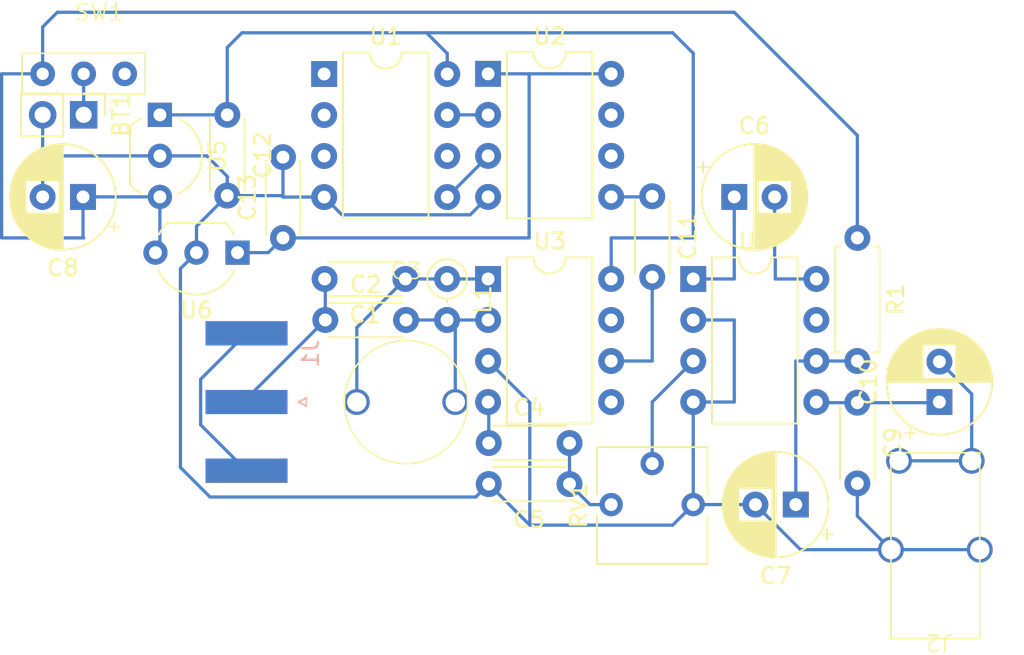
<source format=kicad_pcb>
(kicad_pcb (version 20240108) (generator "pcbnew") (generator_version "8.0")
  (layers (0 "F.Cu" signal) (31 "B.Cu" signal) (34 "B.Paste" user) (35 "F.Paste" user) (36 "B.SilkS" user "B.Silkscreen") (37 "F.SilkS" user "F.Silkscreen") (38 "B.Mask" user) (39 "F.Mask" user) (44 "Edge.Cuts" user))
  (net 0 "")
  (net 1 "GND")
  (net 2 "Net-(BT1-+)")
  (net 3 "Net-(U3-IN_A)")
  (net 4 "Net-(J1-In)")
  (net 5 "Net-(U3-IN_B)")
  (net 6 "Net-(U3-OUT_A)")
  (net 7 "Net-(C4-Pad2)")
  (net 8 "Net-(C6-Pad1)")
  (net 9 "Net-(C6-Pad2)")
  (net 10 "Net-(U4-V+)")
  (net 11 "+9V")
  (net 12 "Net-(C10-Pad1)")
  (net 13 "Net-(C10-Pad2)")
  (net 14 "unconnected-(J1-Ext-Pad2)")
  (net 15 "Net-(U4-+)")
  (net 18 "Net-(U1-PB2)")
  (net 20 "+5V")
  (net 21 "Net-(U1-AREF{slash}PB0)")
  (net 25 "+3V3")
  (net 27 "Net-(U2-CLK0)")
  (net 31 "Net-(U3-OSC_B)")
  (footprint "Capacitor_THT:C_Disc_D4.3mm_W1.9mm_P5.00mm" (layer "F.Cu") (at 87.99 71.12 -90)
    (property "Reference" "C12" (at 2.5 -2.2 90) (layer "F.SilkS"))
    (property "Value" "C")
    (pad "1" thru_hole circle (at 0 0 270) (size 1.6 1.6) (drill 0.8) (layers "*.Cu" "*.Mask") (net 20 "+5V"))
    (pad "2" thru_hole circle (at 5 0 270) (size 1.6 1.6) (drill 0.8) (layers "*.Cu" "*.Mask") (net 1 "GND"))
  )
  (footprint "Capacitor_THT:C_Disc_D4.3mm_W1.9mm_P5.00mm" (layer "F.Cu") (at 99.02 81.28 180)
    (property "Reference" "C1" (at 2.5 -2.2 180) (layer "F.SilkS"))
    (property "Value" "C")
    (pad "1" thru_hole circle (at 0 0 180) (size 1.6 1.6) (drill 0.8) (layers "*.Cu" "*.Mask") (net 3 "Net-(U3-IN_A)"))
    (pad "2" thru_hole circle (at 5 0 180) (size 1.6 1.6) (drill 0.8) (layers "*.Cu" "*.Mask") (net 4 "Net-(J1-In)"))
  )
  (footprint "Package_DIP:DIP-8_W7.62mm" (layer "F.Cu") (at 93.99 68.59)
    (property "Reference" "U1" (at 3.81 -2.33 0) (layer "F.SilkS"))
    (property "Value" "tiny85")
    (pad "1" thru_hole rect (at 0 0) (size 1.6 1.6) (drill 0.8) (layers "*.Cu" "*.Mask"))
    (pad "2" thru_hole oval (at 0 2.54) (size 1.6 1.6) (drill 0.8) (layers "*.Cu" "*.Mask"))
    (pad "3" thru_hole oval (at 0 5.08) (size 1.6 1.6) (drill 0.8) (layers "*.Cu" "*.Mask"))
    (pad "4" thru_hole oval (at 0 7.62) (size 1.6 1.6) (drill 0.8) (layers "*.Cu" "*.Mask") (net 1 "GND"))
    (pad "5" thru_hole oval (at 7.62 7.62) (size 1.6 1.6) (drill 0.8) (layers "*.Cu" "*.Mask") (net 21 "Net-(U1-AREF{slash}PB0)"))
    (pad "6" thru_hole oval (at 7.62 5.08) (size 1.6 1.6) (drill 0.8) (layers "*.Cu" "*.Mask"))
    (pad "7" thru_hole oval (at 7.62 2.54) (size 1.6 1.6) (drill 0.8) (layers "*.Cu" "*.Mask") (net 18 "Net-(U1-PB2)"))
    (pad "8" thru_hole oval (at 7.62 0) (size 1.6 1.6) (drill 0.8) (layers "*.Cu" "*.Mask") (net 20 "+5V"))
  )
  (footprint "Capacitor_THT:CP_Radial_D6.3mm_P2.50mm" (layer "F.Cu") (at 123.19 95.25 180)
    (property "Reference" "C7" (at 1.25 -4.4 180) (layer "F.SilkS"))
    (property "Value" "C_Polarized")
    (pad "1" thru_hole rect (at 0 0 180) (size 1.6 1.6) (drill 0.8) (layers "*.Cu" "*.Mask") (net 10 "Net-(U4-V+)"))
    (pad "2" thru_hole circle (at 2.5 0 180) (size 1.6 1.6) (drill 0.8) (layers "*.Cu" "*.Mask") (net 1 "GND"))
  )
  (footprint "Capacitor_THT:CP_Radial_D6.3mm_P2.50mm" (layer "F.Cu") (at 79.06 76.2 180)
    (property "Reference" "C8" (at 1.25 -4.4 180) (layer "F.SilkS"))
    (property "Value" "100u")
    (pad "1" thru_hole rect (at 0 0 180) (size 1.6 1.6) (drill 0.8) (layers "*.Cu" "*.Mask") (net 11 "+9V"))
    (pad "2" thru_hole circle (at 2.5 0 180) (size 1.6 1.6) (drill 0.8) (layers "*.Cu" "*.Mask") (net 1 "GND"))
  )
  (footprint "Inductor_THT:L_Axial_L5.3mm_D2.2mm_P2.54mm_Vertical_Vishay_IM-1" (layer "F.Cu") (at 101.6 81.28 -90)
    (property "Reference" "L1" (at 1.27 -2.22 90) (layer "F.SilkS"))
    (property "Value" "L")
    (pad "1" thru_hole circle (at 0 0 270) (size 1.6 1.6) (drill 0.8) (layers "*.Cu" "*.Mask") (net 3 "Net-(U3-IN_A)"))
    (pad "2" thru_hole oval (at 2.54 0 270) (size 1.6 1.6) (drill 0.8) (layers "*.Cu" "*.Mask") (net 5 "Net-(U3-IN_B)"))
  )
  (footprint "Potentiometer_THT:Potentiometer_Vishay_T73YP_Vertical" (layer "F.Cu") (at 116.84 95.25 90)
    (property "Reference" "RV1" (at -0.06 -7.09 270) (layer "F.SilkS"))
    (property "Value" "10k")
    (pad "1" thru_hole circle (at 0 0 90) (size 1.44 1.44) (drill 0.8) (layers "*.Cu" "*.Mask") (net 1 "GND"))
    (pad "2" thru_hole circle (at 2.54 -2.54 90) (size 1.44 1.44) (drill 0.8) (layers "*.Cu" "*.Mask") (net 15 "Net-(U4-+)"))
    (pad "3" thru_hole circle (at 0 -5.08 90) (size 1.44 1.44) (drill 0.8) (layers "*.Cu" "*.Mask") (net 7 "Net-(C4-Pad2)"))
  )
  (footprint "Connector_PinHeader_2.54mm:PinHeader_1x02_P2.54mm_Vertical" (layer "F.Cu") (at 79.1 71.12 -90)
    (property "Reference" "BT1" (at 0 -2.33 90) (layer "F.SilkS"))
    (property "Value" "Battery_Cell")
    (pad "1" thru_hole rect (at 0 0 270) (size 1.7 1.7) (drill 1) (layers "*.Cu" "*.Mask") (net 2 "Net-(BT1-+)"))
    (pad "2" thru_hole oval (at 0 2.54 270) (size 1.7 1.7) (drill 1) (layers "*.Cu" "*.Mask") (net 1 "GND"))
  )
  (footprint "Package_DIP:DIP-8_W7.62mm" (layer "F.Cu") (at 116.84 81.28)
    (property "Reference" "U4" (at 3.81 -2.33 0) (layer "F.SilkS"))
    (property "Value" "LM386")
    (pad "1" thru_hole rect (at 0 0) (size 1.6 1.6) (drill 0.8) (layers "*.Cu" "*.Mask") (net 8 "Net-(C6-Pad1)"))
    (pad "2" thru_hole oval (at 0 2.54) (size 1.6 1.6) (drill 0.8) (layers "*.Cu" "*.Mask") (net 1 "GND"))
    (pad "3" thru_hole oval (at 0 5.08) (size 1.6 1.6) (drill 0.8) (layers "*.Cu" "*.Mask") (net 15 "Net-(U4-+)"))
    (pad "4" thru_hole oval (at 0 7.62) (size 1.6 1.6) (drill 0.8) (layers "*.Cu" "*.Mask") (net 1 "GND"))
    (pad "5" thru_hole oval (at 7.62 7.62) (size 1.6 1.6) (drill 0.8) (layers "*.Cu" "*.Mask") (net 12 "Net-(C10-Pad1)"))
    (pad "6" thru_hole oval (at 7.62 5.08) (size 1.6 1.6) (drill 0.8) (layers "*.Cu" "*.Mask") (net 10 "Net-(U4-V+)"))
    (pad "7" thru_hole oval (at 7.62 2.54) (size 1.6 1.6) (drill 0.8) (layers "*.Cu" "*.Mask"))
    (pad "8" thru_hole oval (at 7.62 0) (size 1.6 1.6) (drill 0.8) (layers "*.Cu" "*.Mask") (net 9 "Net-(C6-Pad2)"))
  )
  (footprint "Resistor_THT:R_Axial_DIN0207_L6.3mm_D2.5mm_P7.62mm_Horizontal" (layer "F.Cu") (at 127 78.74 -90)
    (property "Reference" "R1" (at 3.81 -2.37 90) (layer "F.SilkS"))
    (property "Value" "R")
    (pad "1" thru_hole circle (at 0 0 270) (size 1.6 1.6) (drill 0.8) (layers "*.Cu" "*.Mask") (net 11 "+9V"))
    (pad "2" thru_hole oval (at 7.62 0 270) (size 1.6 1.6) (drill 0.8) (layers "*.Cu" "*.Mask") (net 10 "Net-(U4-V+)"))
  )
  (footprint "Capacitor_THT:C_Disc_D4.3mm_W1.9mm_P5.00mm" (layer "F.Cu") (at 114.3 76.16 -90)
    (property "Reference" "C11" (at 2.5 -2.2 90) (layer "F.SilkS"))
    (property "Value" "C")
    (pad "1" thru_hole circle (at 0 0 270) (size 1.6 1.6) (drill 0.8) (layers "*.Cu" "*.Mask") (net 27 "Net-(U2-CLK0)"))
    (pad "2" thru_hole circle (at 5 0 270) (size 1.6 1.6) (drill 0.8) (layers "*.Cu" "*.Mask") (net 31 "Net-(U3-OSC_B)"))
  )
  (footprint "Package_DIP:DIP-8_W7.62mm" (layer "F.Cu") (at 104.14 68.58)
    (property "Reference" "U2" (at 3.81 -2.33 0) (layer "F.SilkS"))
    (property "Value" "Si5351")
    (pad "1" thru_hole rect (at 0 0) (size 1.6 1.6) (drill 0.8) (layers "*.Cu" "*.Mask") (net 25 "+3V3"))
    (pad "2" thru_hole oval (at 0 2.54) (size 1.6 1.6) (drill 0.8) (layers "*.Cu" "*.Mask") (net 18 "Net-(U1-PB2)"))
    (pad "3" thru_hole oval (at 0 5.08) (size 1.6 1.6) (drill 0.8) (layers "*.Cu" "*.Mask") (net 21 "Net-(U1-AREF{slash}PB0)"))
    (pad "4" thru_hole oval (at 0 7.62) (size 1.6 1.6) (drill 0.8) (layers "*.Cu" "*.Mask") (net 1 "GND"))
    (pad "5" thru_hole oval (at 7.62 7.62) (size 1.6 1.6) (drill 0.8) (layers "*.Cu" "*.Mask") (net 27 "Net-(U2-CLK0)"))
    (pad "6" thru_hole oval (at 7.62 5.08) (size 1.6 1.6) (drill 0.8) (layers "*.Cu" "*.Mask"))
    (pad "7" thru_hole oval (at 7.62 2.54) (size 1.6 1.6) (drill 0.8) (layers "*.Cu" "*.Mask"))
    (pad "8" thru_hole oval (at 7.62 0) (size 1.6 1.6) (drill 0.8) (layers "*.Cu" "*.Mask") (net 25 "+3V3"))
  )
  (footprint "Capacitor_THT:C_Disc_D4.3mm_W1.9mm_P5.00mm" (layer "F.Cu") (at 91.44 78.74 90)
    (property "Reference" "C13" (at 2.5 -2.2 270) (layer "F.SilkS"))
    (property "Value" "C")
    (pad "1" thru_hole circle (at 0 0 90) (size 1.6 1.6) (drill 0.8) (layers "*.Cu" "*.Mask") (net 25 "+3V3"))
    (pad "2" thru_hole circle (at 5 0 90) (size 1.6 1.6) (drill 0.8) (layers "*.Cu" "*.Mask") (net 1 "GND"))
  )
  (footprint "Package_TO_SOT_THT:TO-92_Inline_Wide" (layer "F.Cu") (at 88.625 79.65 180)
    (property "Reference" "U6" (at 2.54 -3.56 180) (layer "F.SilkS"))
    (property "Value" "L78L33_TO92")
    (pad "1" thru_hole rect (at 0 0 180) (size 1.5 1.5) (drill 0.8) (layers "*.Cu" "*.Mask") (net 25 "+3V3"))
    (pad "2" thru_hole circle (at 2.54 0 180) (size 1.5 1.5) (drill 0.8) (layers "*.Cu" "*.Mask") (net 1 "GND"))
    (pad "3" thru_hole circle (at 5.08 0 180) (size 1.5 1.5) (drill 0.8) (layers "*.Cu" "*.Mask") (net 11 "+9V"))
  )
  (footprint "Capacitor_THT:C_Disc_D4.3mm_W1.9mm_P5.00mm" (layer "F.Cu") (at 94.06 83.82)
    (property "Reference" "C2" (at 2.5 -2.2 0) (layer "F.SilkS"))
    (property "Value" "C")
    (pad "1" thru_hole circle (at 0 0) (size 1.6 1.6) (drill 0.8) (layers "*.Cu" "*.Mask") (net 4 "Net-(J1-In)"))
    (pad "2" thru_hole circle (at 5 0) (size 1.6 1.6) (drill 0.8) (layers "*.Cu" "*.Mask") (net 5 "Net-(U3-IN_B)"))
  )
  (footprint "Capacitor_THT:CP_Radial_D6.3mm_P2.50mm" (layer "F.Cu") (at 132.08 88.9 90)
    (property "Reference" "C10" (at 1.25 -4.4 270) (layer "F.SilkS"))
    (property "Value" "C_Polarized")
    (pad "1" thru_hole rect (at 0 0 90) (size 1.6 1.6) (drill 0.8) (layers "*.Cu" "*.Mask") (net 12 "Net-(C10-Pad1)"))
    (pad "2" thru_hole circle (at 2.5 0 90) (size 1.6 1.6) (drill 0.8) (layers "*.Cu" "*.Mask") (net 13 "Net-(C10-Pad2)"))
  )
  (footprint "Capacitor_THT:CP_Radial_D6.3mm_P2.50mm" (layer "F.Cu") (at 119.38 76.2)
    (property "Reference" "C6" (at 1.25 -4.4 0) (layer "F.SilkS"))
    (property "Value" "C_Polarized")
    (pad "1" thru_hole rect (at 0 0) (size 1.6 1.6) (drill 0.8) (layers "*.Cu" "*.Mask") (net 8 "Net-(C6-Pad1)"))
    (pad "2" thru_hole circle (at 2.5 0) (size 1.6 1.6) (drill 0.8) (layers "*.Cu" "*.Mask") (net 9 "Net-(C6-Pad2)"))
  )
  (footprint "Capacitor_THT:C_Disc_D4.3mm_W1.9mm_P5.00mm" (layer "F.Cu") (at 104.18 91.44)
    (property "Reference" "C4" (at 2.5 -2.2 0) (layer "F.SilkS"))
    (property "Value" "C")
    (pad "1" thru_hole circle (at 0 0) (size 1.6 1.6) (drill 0.8) (layers "*.Cu" "*.Mask") (net 6 "Net-(U3-OUT_A)"))
    (pad "2" thru_hole circle (at 5 0) (size 1.6 1.6) (drill 0.8) (layers "*.Cu" "*.Mask") (net 7 "Net-(C4-Pad2)"))
  )
  (footprint "Capacitor_THT:C_Disc_D4.3mm_W1.9mm_P5.00mm" (layer "F.Cu") (at 127 88.94 -90)
    (property "Reference" "C9" (at 2.5 -2.2 90) (layer "F.SilkS"))
    (property "Value" "C")
    (pad "1" thru_hole circle (at 0 0 270) (size 1.6 1.6) (drill 0.8) (layers "*.Cu" "*.Mask") (net 12 "Net-(C10-Pad1)"))
    (pad "2" thru_hole circle (at 5 0 270) (size 1.6 1.6) (drill 0.8) (layers "*.Cu" "*.Mask") (net 1 "GND"))
  )
  (footprint "Library:2.5jack" (layer "F.Cu") (at 132.08 97.79 180)
    (property "Reference" "J2" (at 0 -6 180) (layer "F.SilkS") (effects (font (thickness 0.1))))
    (property "Value" "Barrel_Jack")
    (pad "1" thru_hole circle (at -2.5 -0.25 180) (size 1.6 1.6) (drill 1.2) (layers "*.Cu" "*.Mask") (net 1 "GND"))
    (pad "1" thru_hole circle (at 3 -0.25 180) (size 1.6 1.6) (drill 1.2) (layers "*.Cu" "*.Mask") (net 1 "GND"))
    (pad "2" thru_hole circle (at -2 5.25 180) (size 1.6 1.6) (drill 1.2) (layers "*.Cu" "*.Mask") (net 13 "Net-(C10-Pad2)"))
    (pad "2" thru_hole circle (at 2.5 5.25 180) (size 1.6 1.6) (drill 1.2) (layers "*.Cu" "*.Mask") (net 13 "Net-(C10-Pad2)"))
  )
  (footprint "Library:c_trim" (layer "F.Cu") (at 99.06 88.9)
    (property "Reference" "C3" (at 0 -8.104 0) (layer "F.SilkS") (effects (font (thickness 0.1))))
    (property "Value" "C_Trim")
    (pad "1" thru_hole circle (at -3.048 0) (size 1.6 1.6) (drill 1.2) (layers "*.Cu" "*.Mask") (net 3 "Net-(U3-IN_A)"))
    (pad "2" thru_hole circle (at 3.048 0) (size 1.6 1.6) (drill 1.2) (layers "*.Cu" "*.Mask") (net 5 "Net-(U3-IN_B)"))
  )
  (footprint "Capacitor_THT:C_Disc_D4.3mm_W1.9mm_P5.00mm" (layer "F.Cu") (at 109.18 93.98 180)
    (property "Reference" "C5" (at 2.5 -2.2 180) (layer "F.SilkS"))
    (property "Value" "C")
    (pad "1" thru_hole circle (at 0 0 180) (size 1.6 1.6) (drill 0.8) (layers "*.Cu" "*.Mask") (net 7 "Net-(C4-Pad2)"))
    (pad "2" thru_hole circle (at 5 0 180) (size 1.6 1.6) (drill 0.8) (layers "*.Cu" "*.Mask") (net 1 "GND"))
  )
  (footprint "Package_DIP:DIP-8_W7.62mm" (layer "F.Cu") (at 104.14 81.28)
    (property "Reference" "U3" (at 3.81 -2.33 0) (layer "F.SilkS"))
    (property "Value" "SA612")
    (pad "1" thru_hole rect (at 0 0) (size 1.6 1.6) (drill 0.8) (layers "*.Cu" "*.Mask") (net 3 "Net-(U3-IN_A)"))
    (pad "2" thru_hole oval (at 0 2.54) (size 1.6 1.6) (drill 0.8) (layers "*.Cu" "*.Mask") (net 5 "Net-(U3-IN_B)"))
    (pad "3" thru_hole oval (at 0 5.08) (size 1.6 1.6) (drill 0.8) (layers "*.Cu" "*.Mask") (net 1 "GND"))
    (pad "4" thru_hole oval (at 0 7.62) (size 1.6 1.6) (drill 0.8) (layers "*.Cu" "*.Mask") (net 6 "Net-(U3-OUT_A)"))
    (pad "5" thru_hole oval (at 7.62 7.62) (size 1.6 1.6) (drill 0.8) (layers "*.Cu" "*.Mask"))
    (pad "6" thru_hole oval (at 7.62 5.08) (size 1.6 1.6) (drill 0.8) (layers "*.Cu" "*.Mask") (net 31 "Net-(U3-OSC_B)"))
    (pad "7" thru_hole oval (at 7.62 2.54) (size 1.6 1.6) (drill 0.8) (layers "*.Cu" "*.Mask"))
    (pad "8" thru_hole oval (at 7.62 0) (size 1.6 1.6) (drill 0.8) (layers "*.Cu" "*.Mask") (net 20 "+5V"))
  )
  (footprint "Library:SW" (layer "F.Cu") (at 79.1 68.58)
    (property "Reference" "SW1" (at 0.965 -3.81 0) (layer "F.SilkS") (effects (font (thickness 0.1))))
    (property "Value" "SW_SPDT_312" (hide yes))
    (pad "1" thru_hole circle (at 0 0) (size 1.524 1.524) (drill 0.762) (layers "*.Cu" "*.Mask") (net 2 "Net-(BT1-+)"))
    (pad "2" thru_hole circle (at 2.54 0) (size 1.524 1.524) (drill 0.762) (layers "*.Cu" "*.Mask"))
    (pad "3" thru_hole circle (at -2.54 0) (size 1.524 1.524) (drill 0.762) (layers "*.Cu" "*.Mask") (net 11 "+9V"))
  )
  (footprint "Package_TO_SOT_THT:TO-92_Inline_Wide" (layer "F.Cu") (at 83.82 71.12 -90)
    (property "Reference" "U5" (at 2.54 -3.56 90) (layer "F.SilkS"))
    (property "Value" "LM78L05_TO92")
    (pad "1" thru_hole rect (at 0 0 270) (size 1.5 1.5) (drill 0.8) (layers "*.Cu" "*.Mask") (net 20 "+5V"))
    (pad "2" thru_hole circle (at 2.54 0 270) (size 1.5 1.5) (drill 0.8) (layers "*.Cu" "*.Mask") (net 1 "GND"))
    (pad "3" thru_hole circle (at 5.08 0 270) (size 1.5 1.5) (drill 0.8) (layers "*.Cu" "*.Mask") (net 11 "+9V"))
  )
  (footprint "Connector_Coaxial:SMA_Amphenol_132289_EdgeMount" (layer "B.Cu") (at 89.1825 88.9 180)
    (property "Reference" "J1" (at -3.96 3 270) (layer "B.SilkS") (effects (justify mirror)))
    (property "Value" "Conn_Coaxial")
    (pad "1" smd rect (at 0 0 90) (size 1.5 5.08) (layers "B.Cu" "B.Paste" "B.Mask") (net 4 "Net-(J1-In)"))
    (pad "2" smd rect (at 0 -4.25 90) (size 1.5 5.08) (layers "F.Cu" "F.Paste" "F.Mask") (net 14 "unconnected-(J1-Ext-Pad2)"))
    (pad "2" smd rect (at 0 -4.25 90) (size 1.5 5.08) (layers "B.Cu" "B.Paste" "B.Mask") (net 14 "unconnected-(J1-Ext-Pad2)"))
    (pad "2" smd rect (at 0 4.25 90) (size 1.5 5.08) (layers "F.Cu" "F.Paste" "F.Mask") (net 14 "unconnected-(J1-Ext-Pad2)"))
    (pad "2" smd rect (at 0 4.25 90) (size 1.5 5.08) (layers "B.Cu" "B.Paste" "B.Mask") (net 14 "unconnected-(J1-Ext-Pad2)"))
  )
  (segment (start 85.09 92.9475) (end 85.09 80.645) (width 0.2) (layer "B.Cu") (net 1))
  (segment (start 83.82 73.66) (end 86.72 73.66) (width 0.2) (layer "B.Cu") (net 1))
  (segment (start 104.18 93.98) (end 103.380001 94.779999) (width 0.2) (layer "B.Cu") (net 1))
  (segment (start 127 93.94) (end 127 95.96) (width 0.2) (layer "B.Cu") (net 1))
  (segment (start 120.69 95.25) (end 123.48 98.04) (width 0.2) (layer "B.Cu") (net 1))
  (segment (start 76.56 71.12) (end 76.56 73.66) (width 0.2) (layer "B.Cu") (net 1))
  (segment (start 123.48 98.04) (end 129.08 98.04) (width 0.2) (layer "B.Cu") (net 1))
  (segment (start 120.69 95.25) (end 116.84 95.25) (width 0.2) (layer "B.Cu") (net 1))
  (segment (start 93.99 76.21) (end 95.09 77.31) (width 0.2) (layer "B.Cu") (net 1))
  (segment (start 85.09 80.645) (end 86.085 79.65) (width 0.2) (layer "B.Cu") (net 1))
  (segment (start 104.14 86.36) (end 106.72 88.94) (width 0.2) (layer "B.Cu") (net 1))
  (segment (start 116.84 95.25) (end 115.57 96.52) (width 0.2) (layer "B.Cu") (net 1))
  (segment (start 87.99 76.12) (end 87.99 74.97) (width 0.2) (layer "B.Cu") (net 1))
  (segment (start 93.99 76.21) (end 91.45 76.21) (width 0.2) (layer "B.Cu") (net 1))
  (segment (start 106.72 96.52) (end 104.18 93.98) (width 0.2) (layer "B.Cu") (net 1))
  (segment (start 95.09 77.31) (end 103.03 77.31) (width 0.2) (layer "B.Cu") (net 1))
  (segment (start 86.085 79.65) (end 86.085 78.025) (width 0.2) (layer "B.Cu") (net 1))
  (segment (start 116.84 95.25) (end 116.84 88.9) (width 0.2) (layer "B.Cu") (net 1))
  (segment (start 134.58 98.04) (end 129.08 98.04) (width 0.2) (layer "B.Cu") (net 1))
  (segment (start 87.99 76.12) (end 91.36 76.12) (width 0.2) (layer "B.Cu") (net 1))
  (segment (start 83.82 73.66) (end 76.56 73.66) (width 0.2) (layer "B.Cu") (net 1))
  (segment (start 76.56 73.66) (end 76.56 76.2) (width 0.2) (layer "B.Cu") (net 1))
  (segment (start 87.99 74.97) (end 88.01 74.95) (width 0.2) (layer "B.Cu") (net 1))
  (segment (start 115.57 96.52) (end 106.72 96.52) (width 0.2) (layer "B.Cu") (net 1))
  (segment (start 106.72 88.94) (end 106.72 96.52) (width 0.2) (layer "B.Cu") (net 1))
  (segment (start 103.380001 94.779999) (end 86.922499 94.779999) (width 0.2) (layer "B.Cu") (net 1))
  (segment (start 116.84 83.82) (end 119.38 83.82) (width 0.2) (layer "B.Cu") (net 1))
  (segment (start 86.922499 94.779999) (end 85.09 92.9475) (width 0.2) (layer "B.Cu") (net 1))
  (segment (start 86.72 73.66) (end 88.01 74.95) (width 0.2) (layer "B.Cu") (net 1))
  (segment (start 91.45 76.21) (end 91.44 76.2) (width 0.2) (layer "B.Cu") (net 1))
  (segment (start 91.44 76.2) (end 91.44 73.74) (width 0.2) (layer "B.Cu") (net 1))
  (segment (start 103.03 77.31) (end 104.14 76.2) (width 0.2) (layer "B.Cu") (net 1))
  (segment (start 86.085 78.025) (end 87.99 76.12) (width 0.2) (layer "B.Cu") (net 1))
  (segment (start 91.36 76.12) (end 91.45 76.21) (width 0.2) (layer "B.Cu") (net 1))
  (segment (start 119.38 83.82) (end 119.38 88.9) (width 0.2) (layer "B.Cu") (net 1))
  (segment (start 119.38 88.9) (end 116.84 88.9) (width 0.2) (layer "B.Cu") (net 1))
  (segment (start 127 95.96) (end 129.08 98.04) (width 0.2) (layer "B.Cu") (net 1))
  (segment (start 79.1 71.12) (end 79.1 68.58) (width 0.2) (layer "B.Cu") (net 2))
  (segment (start 96.012 88.9) (end 96.012 84.288) (width 0.2) (layer "B.Cu") (net 3))
  (segment (start 96.012 84.288) (end 99.02 81.28) (width 0.2) (layer "B.Cu") (net 3))
  (segment (start 104.14 81.28) (end 99.02 81.28) (width 0.2) (layer "B.Cu") (net 3))
  (segment (start 94.06 83.82) (end 89.1825 88.6975) (width 0.2) (layer "B.Cu") (net 4))
  (segment (start 94.06 83.82) (end 94.06 81.32) (width 0.2) (layer "B.Cu") (net 4))
  (segment (start 89.1825 88.6975) (end 89.1825 88.9) (width 0.2) (layer "B.Cu") (net 4))
  (segment (start 94.06 81.32) (end 94.02 81.28) (width 0.2) (layer "B.Cu") (net 4))
  (segment (start 102.108 84.328) (end 101.6 83.82) (width 0.2) (layer "B.Cu") (net 5))
  (segment (start 101.6 83.82) (end 99.06 83.82) (width 0.2) (layer "B.Cu") (net 5))
  (segment (start 102.108 88.9) (end 102.108 84.328) (width 0.2) (layer "B.Cu") (net 5))
  (segment (start 104.14 83.82) (end 101.6 83.82) (width 0.2) (layer "B.Cu") (net 5))
  (segment (start 104.18 91.44) (end 104.18 88.94) (width 0.2) (layer "B.Cu") (net 6))
  (segment (start 104.18 88.94) (end 104.14 88.9) (width 0.2) (layer "B.Cu") (net 6))
  (segment (start 110.45 95.25) (end 109.18 93.98) (width 0.2) (layer "B.Cu") (net 7))
  (segment (start 111.76 95.25) (end 110.45 95.25) (width 0.2) (layer "B.Cu") (net 7))
  (segment (start 109.18 93.98) (end 109.18 91.44) (width 0.2) (layer "B.Cu") (net 7))
  (segment (start 119.38 81.28) (end 119.38 76.2) (width 0.2) (layer "B.Cu") (net 8))
  (segment (start 116.84 81.28) (end 119.38 81.28) (width 0.2) (layer "B.Cu") (net 8))
  (segment (start 124.46 81.28) (end 121.92 81.28) (width 0.2) (layer "B.Cu") (net 9))
  (segment (start 121.92 80.01) (end 121.88 79.97) (width 0.2) (layer "B.Cu") (net 9))
  (segment (start 121.88 79.97) (end 121.88 76.2) (width 0.2) (layer "B.Cu") (net 9))
  (segment (start 121.92 81.28) (end 121.92 80.01) (width 0.2) (layer "B.Cu") (net 9))
  (segment (start 123.19 95.25) (end 123.19 86.36) (width 0.2) (layer "B.Cu") (net 10))
  (segment (start 123.19 86.36) (end 124.46 86.36) (width 0.2) (layer "B.Cu") (net 10))
  (segment (start 124.46 86.36) (end 127 86.36) (width 0.2) (layer "B.Cu") (net 10))
  (segment (start 127 78.74) (end 127 72.39) (width 0.2) (layer "B.Cu") (net 11))
  (segment (start 79.06 78.7) (end 79.1 78.74) (width 0.2) (layer "B.Cu") (net 11))
  (segment (start 79.1 78.74) (end 74.02 78.74) (width 0.2) (layer "B.Cu") (net 11))
  (segment (start 79.06 76.2) (end 83.82 76.2) (width 0.2) (layer "B.Cu") (net 11))
  (segment (start 76.56 65.68) (end 76.56 68.58) (width 0.2) (layer "B.Cu") (net 11))
  (segment (start 77.47 64.77) (end 76.56 65.68) (width 0.2) (layer "B.Cu") (net 11))
  (segment (start 74.02 78.74) (end 74.02 68.58) (width 0.2) (layer "B.Cu") (net 11))
  (segment (start 83.82 76.2) (end 83.82 79.375) (width 0.2) (layer "B.Cu") (net 11))
  (segment (start 127 72.39) (end 119.38 64.77) (width 0.2) (layer "B.Cu") (net 11))
  (segment (start 83.82 79.375) (end 83.545 79.65) (width 0.2) (layer "B.Cu") (net 11))
  (segment (start 74.02 68.58) (end 76.56 68.58) (width 0.2) (layer "B.Cu") (net 11))
  (segment (start 119.38 64.77) (end 77.47 64.77) (width 0.2) (layer "B.Cu") (net 11))
  (segment (start 79.06 76.2) (end 79.06 78.7) (width 0.2) (layer "B.Cu") (net 11))
  (segment (start 132.04 88.94) (end 132.08 88.9) (width 0.2) (layer "B.Cu") (net 12))
  (segment (start 127 88.94) (end 132.04 88.94) (width 0.2) (layer "B.Cu") (net 12))
  (segment (start 127 88.94) (end 124.5 88.94) (width 0.2) (layer "B.Cu") (net 12))
  (segment (start 124.5 88.94) (end 124.46 88.9) (width 0.2) (layer "B.Cu") (net 12))
  (segment (start 134.08 88.4) (end 134.08 92.54) (width 0.2) (layer "B.Cu") (net 13))
  (segment (start 132.08 86.4) (end 134.08 88.4) (width 0.2) (layer "B.Cu") (net 13))
  (segment (start 129.58 92.54) (end 134.08 92.54) (width 0.2) (layer "B.Cu") (net 13))
  (segment (start 89.1825 93.15) (end 86.3425 90.31) (width 0.2) (layer "B.Cu") (net 14))
  (segment (start 86.3425 90.31) (end 86.3425 87.49) (width 0.2) (layer "B.Cu") (net 14))
  (segment (start 86.3425 87.49) (end 89.1825 84.65) (width 0.2) (layer "B.Cu") (net 14))
  (segment (start 114.3 88.9) (end 116.84 86.36) (width 0.2) (layer "B.Cu") (net 15))
  (segment (start 114.3 92.71) (end 114.3 88.9) (width 0.2) (layer "B.Cu") (net 15))
  (segment (start 104.14 71.12) (end 101.62 71.12) (width 0.2) (layer "B.Cu") (net 18))
  (segment (start 101.62 71.12) (end 101.61 71.13) (width 0.2) (layer "B.Cu") (net 18))
  (segment (start 100.33 66.04) (end 101.61 67.32) (width 0.2) (layer "B.Cu") (net 20))
  (segment (start 111.76 81.28) (end 111.76 78.74) (width 0.2) (layer "B.Cu") (net 20))
  (segment (start 115.57 66.04) (end 100.33 66.04) (width 0.2) (layer "B.Cu") (net 20))
  (segment (start 87.99 66.95) (end 88.9 66.04) (width 0.2) (layer "B.Cu") (net 20))
  (segment (start 101.61 67.32) (end 101.61 68.59) (width 0.2) (layer "B.Cu") (net 20))
  (segment (start 87.99 71.12) (end 87.99 66.95) (width 0.2) (layer "B.Cu") (net 20))
  (segment (start 88.9 66.04) (end 100.33 66.04) (width 0.2) (layer "B.Cu") (net 20))
  (segment (start 83.82 71.12) (end 87.99 71.12) (width 0.2) (layer "B.Cu") (net 20))
  (segment (start 116.84 78.74) (end 116.84 67.31) (width 0.2) (layer "B.Cu") (net 20))
  (segment (start 116.84 67.31) (end 115.57 66.04) (width 0.2) (layer "B.Cu") (net 20))
  (segment (start 111.76 78.74) (end 116.84 78.74) (width 0.2) (layer "B.Cu") (net 20))
  (segment (start 101.61 76.21) (end 104.14 73.68) (width 0.2) (layer "B.Cu") (net 21))
  (segment (start 104.14 73.68) (end 104.14 73.66) (width 0.2) (layer "B.Cu") (net 21))
  (segment (start 91.44 78.74) (end 106.68 78.74) (width 0.2) (layer "B.Cu") (net 25))
  (segment (start 106.68 68.58) (end 111.76 68.58) (width 0.2) (layer "B.Cu") (net 25))
  (segment (start 90.53 79.65) (end 91.44 78.74) (width 0.2) (layer "B.Cu") (net 25))
  (segment (start 88.625 79.65) (end 90.53 79.65) (width 0.2) (layer "B.Cu") (net 25))
  (segment (start 106.68 78.74) (end 106.68 68.58) (width 0.2) (layer "B.Cu") (net 25))
  (segment (start 104.14 68.58) (end 106.68 68.58) (width 0.2) (layer "B.Cu") (net 25))
  (segment (start 111.76 76.2) (end 114.26 76.2) (width 0.2) (layer "B.Cu") (net 27))
  (segment (start 114.26 76.2) (end 114.3 76.16) (width 0.2) (layer "B.Cu") (net 27))
  (segment (start 114.3 81.16) (end 114.3 86.36) (width 0.2) (layer "B.Cu") (net 31))
  (segment (start 114.3 86.36) (end 111.76 86.36) (width 0.2) (layer "B.Cu") (net 31))
)
</source>
